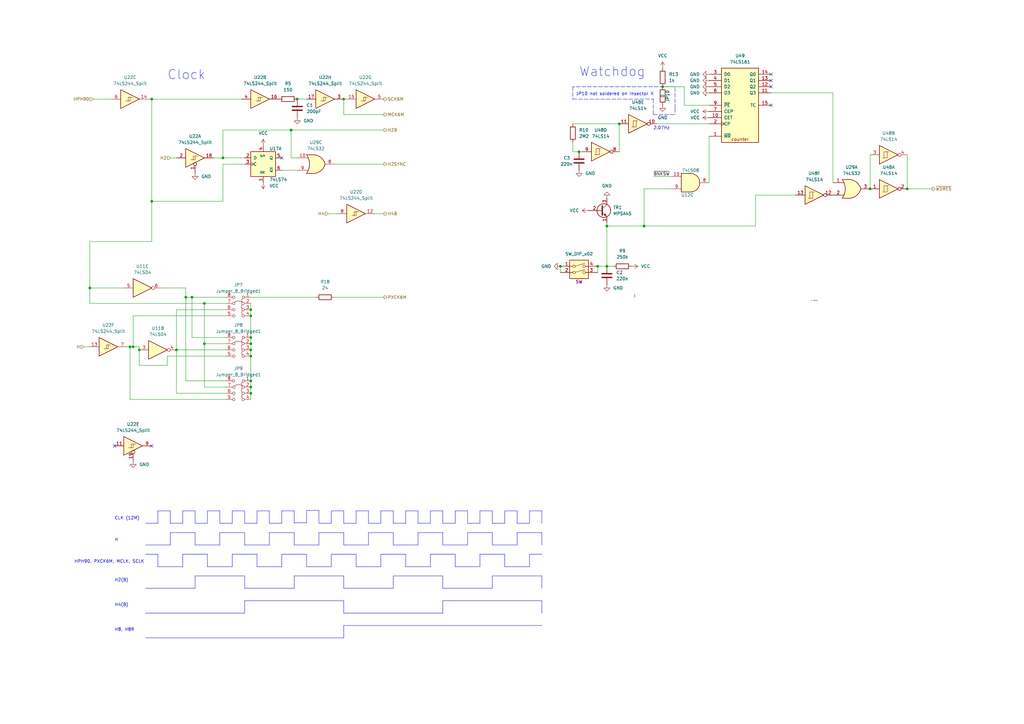
<source format=kicad_sch>
(kicad_sch (version 20211123) (generator eeschema)
  (paper "A3")
  (title_block (title "Insector X - P0-056A") (date "2022-11-30") (company "Ulf Skutnabba, twitter: @skutis77"))
  (lib_symbols
    (symbol "74xx:74LS14" (pin_names (offset 1.016))
      (property "Reference" "U" (at 0 1.27 0))
      (property "Value" "74LS14" (at 0 -1.27 0))
      (symbol "74LS14_1_0"
        (pin input line (at -7.62 0 0) (length 3.81) (name "~") (number "1"))
        (pin output inverted (at 7.62 0 180) (length 3.81) (name "~") (number "2"))
      )
      (symbol "74LS14_2_0"
        (pin input line (at -7.62 0 0) (length 3.81) (name "~") (number "3"))
        (pin output inverted (at 7.62 0 180) (length 3.81) (name "~") (number "4"))
      )
      (symbol "74LS14_3_0"
        (pin input line (at -7.62 0 0) (length 3.81) (name "~") (number "5"))
        (pin output inverted (at 7.62 0 180) (length 3.81) (name "~") (number "6"))
      )
      (symbol "74LS14_4_0"
        (pin output inverted (at 7.62 0 180) (length 3.81) (name "~") (number "8"))
        (pin input line (at -7.62 0 0) (length 3.81) (name "~") (number "9"))
      )
      (symbol "74LS14_5_0"
        (pin output inverted (at 7.62 0 180) (length 3.81) (name "~") (number "10"))
        (pin input line (at -7.62 0 0) (length 3.81) (name "~") (number "11"))
      )
      (symbol "74LS14_6_0"
        (pin output inverted (at 7.62 0 180) (length 3.81) (name "~") (number "12"))
        (pin input line (at -7.62 0 0) (length 3.81) (name "~") (number "13"))
      )
      (symbol "74LS14_7_0"
        (pin power_in line (at 0 12.7 270) (length 5.08) (name "VCC") (number "14"))
        (pin power_in line (at 0 -12.7 90) (length 5.08) (name "GND") (number "7"))
      )
    )
    (symbol "74xx:74LS244_Split"
      (property "Reference" "U" (at 0 1.27 0))
      (property "Value" "74LS244_Split" (at 0 -1.27 0))
      (symbol "74LS244_Split_1_0"
        (pin input inverted (at 0 -6.35 90) (length 4.445) (name "~") (number "1"))
        (pin tri_state line (at 7.62 0 180) (length 3.81) (name "~") (number "18"))
        (pin input line (at -7.62 0 0) (length 3.81) (name "~") (number "2"))
      )
      (symbol "74LS244_Split_2_0"
        (pin tri_state line (at 7.62 0 180) (length 3.81) (name "~") (number "16"))
        (pin input line (at -7.62 0 0) (length 3.81) (name "~") (number "4"))
      )
      (symbol "74LS244_Split_3_0"
        (pin tri_state line (at 7.62 0 180) (length 3.81) (name "~") (number "14"))
        (pin input line (at -7.62 0 0) (length 3.81) (name "~") (number "6"))
      )
      (symbol "74LS244_Split_4_0"
        (pin tri_state line (at 7.62 0 180) (length 3.81) (name "~") (number "12"))
        (pin input line (at -7.62 0 0) (length 3.81) (name "~") (number "8"))
      )
      (symbol "74LS244_Split_5_0"
        (pin input line (at -7.62 0 0) (length 3.81) (name "~") (number "11"))
        (pin input inverted (at 0 -6.35 90) (length 4.445) (name "~") (number "19"))
        (pin tri_state line (at 7.62 0 180) (length 3.81) (name "~") (number "9"))
      )
      (symbol "74LS244_Split_6_0"
        (pin input line (at -7.62 0 0) (length 3.81) (name "~") (number "13"))
        (pin tri_state line (at 7.62 0 180) (length 3.81) (name "~") (number "7"))
      )
      (symbol "74LS244_Split_7_0"
        (pin input line (at -7.62 0 0) (length 3.81) (name "~") (number "15"))
        (pin tri_state line (at 7.62 0 180) (length 3.81) (name "~") (number "5"))
      )
      (symbol "74LS244_Split_8_0"
        (pin input line (at -7.62 0 0) (length 3.81) (name "~") (number "17"))
        (pin tri_state line (at 7.62 0 180) (length 3.81) (name "~") (number "3"))
      )
      (symbol "74LS244_Split_9_0"
        (pin power_in line (at 0 -12.7 90) (length 5.08) (name "GND") (number "10"))
        (pin power_in line (at 0 12.7 270) (length 5.08) (name "VCC") (number "20"))
      )
    )
    (symbol "74xx:74LS32" (pin_names (offset 1.016))
      (property "Reference" "U" (at 0 1.27 0))
      (property "Value" "74LS32" (at 0 -1.27 0))
      (symbol "74LS32_1_1"
        (pin input line (at -7.62 2.54 0) (length 4.318) (name "~") (number "1"))
        (pin input line (at -7.62 -2.54 0) (length 4.318) (name "~") (number "2"))
        (pin output line (at 7.62 0 180) (length 3.81) (name "~") (number "3"))
      )
      (symbol "74LS32_1_2"
        (pin input inverted (at -7.62 2.54 0) (length 3.81) (name "~") (number "1"))
        (pin input inverted (at -7.62 -2.54 0) (length 3.81) (name "~") (number "2"))
        (pin output inverted (at 7.62 0 180) (length 3.81) (name "~") (number "3"))
      )
      (symbol "74LS32_2_1"
        (pin input line (at -7.62 2.54 0) (length 4.318) (name "~") (number "4"))
        (pin input line (at -7.62 -2.54 0) (length 4.318) (name "~") (number "5"))
        (pin output line (at 7.62 0 180) (length 3.81) (name "~") (number "6"))
      )
      (symbol "74LS32_2_2"
        (pin input inverted (at -7.62 2.54 0) (length 3.81) (name "~") (number "4"))
        (pin input inverted (at -7.62 -2.54 0) (length 3.81) (name "~") (number "5"))
        (pin output inverted (at 7.62 0 180) (length 3.81) (name "~") (number "6"))
      )
      (symbol "74LS32_3_1"
        (pin input line (at -7.62 -2.54 0) (length 4.318) (name "~") (number "10"))
        (pin output line (at 7.62 0 180) (length 3.81) (name "~") (number "8"))
        (pin input line (at -7.62 2.54 0) (length 4.318) (name "~") (number "9"))
      )
      (symbol "74LS32_3_2"
        (pin input inverted (at -7.62 -2.54 0) (length 3.81) (name "~") (number "10"))
        (pin output inverted (at 7.62 0 180) (length 3.81) (name "~") (number "8"))
        (pin input inverted (at -7.62 2.54 0) (length 3.81) (name "~") (number "9"))
      )
      (symbol "74LS32_4_1"
        (pin output line (at 7.62 0 180) (length 3.81) (name "~") (number "11"))
        (pin input line (at -7.62 2.54 0) (length 4.318) (name "~") (number "12"))
        (pin input line (at -7.62 -2.54 0) (length 4.318) (name "~") (number "13"))
      )
      (symbol "74LS32_4_2"
        (pin output inverted (at 7.62 0 180) (length 3.81) (name "~") (number "11"))
        (pin input inverted (at -7.62 2.54 0) (length 3.81) (name "~") (number "12"))
        (pin input inverted (at -7.62 -2.54 0) (length 3.81) (name "~") (number "13"))
      )
      (symbol "74LS32_5_0"
        (pin power_in line (at 0 12.7 270) (length 5.08) (name "VCC") (number "14"))
        (pin power_in line (at 0 -12.7 90) (length 5.08) (name "GND") (number "7"))
      )
    )
    (symbol "74xx:74LS74" (pin_names (offset 1.016))
      (property "Reference" "U" (at -7.62 8.89 0))
      (property "Value" "74LS74" (at -7.62 -8.89 0))
      (symbol "74LS74_1_0"
        (pin input line (at 0 -7.62 90) (length 2.54) (name "~{R}") (number "1"))
        (pin input line (at -7.62 2.54 0) (length 2.54) (name "D") (number "2"))
        (pin input clock (at -7.62 0 0) (length 2.54) (name "C") (number "3"))
        (pin input line (at 0 7.62 270) (length 2.54) (name "~{S}") (number "4"))
        (pin output line (at 7.62 2.54 180) (length 2.54) (name "Q") (number "5"))
        (pin output line (at 7.62 -2.54 180) (length 2.54) (name "~{Q}") (number "6"))
      )
      (symbol "74LS74_2_0"
        (pin input line (at 0 7.62 270) (length 2.54) (name "~{S}") (number "10"))
        (pin input clock (at -7.62 0 0) (length 2.54) (name "C") (number "11"))
        (pin input line (at -7.62 2.54 0) (length 2.54) (name "D") (number "12"))
        (pin input line (at 0 -7.62 90) (length 2.54) (name "~{R}") (number "13"))
        (pin output line (at 7.62 -2.54 180) (length 2.54) (name "~{Q}") (number "8"))
        (pin output line (at 7.62 2.54 180) (length 2.54) (name "Q") (number "9"))
      )
      (symbol "74LS74_3_0"
        (pin power_in line (at 0 10.16 270) (length 2.54) (name "VCC") (number "14"))
        (pin power_in line (at 0 -10.16 90) (length 2.54) (name "GND") (number "7"))
      )
    )
    (symbol "Device:C" (pin_numbers hide) (pin_names (offset 0.254))
      (property "Reference" "C" (at 0.635 2.54 0))
      (property "Value" "C" (at 0.635 -2.54 0))
      (symbol "C_1_1"
        (pin passive line (at 0 3.81 270) (length 2.794) (name "~") (number "1"))
        (pin passive line (at 0 -3.81 90) (length 2.794) (name "~") (number "2"))
      )
    )
    (symbol "Device:R" (pin_numbers hide) (pin_names (offset 0))
      (property "Reference" "R" (at 2.032 0 90))
      (property "Value" "R" (at 0 0 90))
      (symbol "R_1_1"
        (pin passive line (at 0 3.81 270) (length 1.27) (name "~") (number "1"))
        (pin passive line (at 0 -3.81 90) (length 1.27) (name "~") (number "2"))
      )
    )
    (symbol "Switch:SW_DIP_x02" (pin_names (offset 0) hide)
      (property "Reference" "SW" (at 0 6.35 0))
      (property "Value" "SW_DIP_x02" (at 0 -3.81 0))
      (symbol "SW_DIP_x02_1_1"
        (pin passive line (at -7.62 2.54 0) (length 5.08) (name "~") (number "1"))
        (pin passive line (at -7.62 0 0) (length 5.08) (name "~") (number "2"))
        (pin passive line (at 7.62 0 180) (length 5.08) (name "~") (number "3"))
        (pin passive line (at 7.62 2.54 180) (length 5.08) (name "~") (number "4"))
      )
    )
    (symbol "Transistor_BJT:MPSA42" (pin_names (offset 1.016) hide)
      (property "Reference" "Q" (at 5.08 1.905 0))
      (property "Value" "MPSA42" (at 5.08 0 0))
      (symbol "MPSA42_1_1"
        (pin passive line (at 2.54 -5.08 90) (length 2.54) (name "E") (number "1"))
        (pin input line (at -5.08 0 0) (length 5.08) (name "B") (number "2"))
        (pin passive line (at 2.54 5.08 270) (length 2.54) (name "C") (number "3"))
      )
    )
    (symbol "jt74:74LS04" (pin_names (offset 1.016))
      (property "Reference" "U" (at 0 1.27 0))
      (property "Value" "74LS04" (at 0 -1.27 0))
      (symbol "74LS04_1_0"
        (pin input line (at -7.62 0 0) (length 3.81) (name "~") (number "1"))
        (pin output inverted (at 7.62 0 180) (length 3.81) (name "~") (number "2"))
      )
      (symbol "74LS04_2_0"
        (pin input line (at -7.62 0 0) (length 3.81) (name "~") (number "3"))
        (pin output inverted (at 7.62 0 180) (length 3.81) (name "~") (number "4"))
      )
      (symbol "74LS04_3_0"
        (pin input line (at -7.62 0 0) (length 3.81) (name "~") (number "5"))
        (pin output inverted (at 7.62 0 180) (length 3.81) (name "~") (number "6"))
      )
      (symbol "74LS04_4_0"
        (pin output inverted (at 7.62 0 180) (length 3.81) (name "~") (number "8"))
        (pin input line (at -7.62 0 0) (length 3.81) (name "~") (number "9"))
      )
      (symbol "74LS04_5_0"
        (pin output inverted (at 7.62 0 180) (length 3.81) (name "~") (number "10"))
        (pin input line (at -7.62 0 0) (length 3.81) (name "~") (number "11"))
      )
      (symbol "74LS04_6_0"
        (pin output inverted (at 7.62 0 180) (length 3.81) (name "~") (number "12"))
        (pin input line (at -7.62 0 0) (length 3.81) (name "~") (number "13"))
      )
      (symbol "74LS04_7_0"
        (pin power_in line (at 0 7.62 270) (length 5.08) hide (name "VCC") (number "14"))
        (pin power_in line (at 0 -7.62 90) (length 5.08) hide (name "VSS") (number "7"))
      )
    )
    (symbol "jt74:74LS08" (pin_names (offset 1.016))
      (property "Reference" "U" (at 0 1.27 0))
      (property "Value" "74LS08" (at 0 -1.27 0))
      (symbol "74LS08_1_1"
        (pin input line (at -7.62 2.54 0) (length 3.81) (name "~") (number "1"))
        (pin input line (at -7.62 -2.54 0) (length 3.81) (name "~") (number "2"))
        (pin output line (at 7.62 0 180) (length 3.81) (name "~") (number "3"))
      )
      (symbol "74LS08_1_2"
        (pin input inverted (at -7.62 2.54 0) (length 4.318) (name "~") (number "1"))
        (pin input inverted (at -7.62 -2.54 0) (length 4.318) (name "~") (number "2"))
        (pin output inverted (at 7.62 0 180) (length 3.81) (name "~") (number "3"))
      )
      (symbol "74LS08_2_1"
        (pin input line (at -7.62 2.54 0) (length 3.81) (name "~") (number "4"))
        (pin input line (at -7.62 -2.54 0) (length 3.81) (name "~") (number "5"))
        (pin output line (at 7.62 0 180) (length 3.81) (name "~") (number "6"))
      )
      (symbol "74LS08_2_2"
        (pin input inverted (at -7.62 2.54 0) (length 4.318) (name "~") (number "4"))
        (pin input inverted (at -7.62 -2.54 0) (length 4.318) (name "~") (number "5"))
        (pin output inverted (at 7.62 0 180) (length 3.81) (name "~") (number "6"))
      )
      (symbol "74LS08_3_1"
        (pin input line (at -7.62 -2.54 0) (length 3.81) (name "~") (number "10"))
        (pin output line (at 7.62 0 180) (length 3.81) (name "~") (number "8"))
        (pin input line (at -7.62 2.54 0) (length 3.81) (name "~") (number "9"))
      )
      (symbol "74LS08_3_2"
        (pin input inverted (at -7.62 -2.54 0) (length 4.318) (name "~") (number "10"))
        (pin output inverted (at 7.62 0 180) (length 3.81) (name "~") (number "8"))
        (pin input inverted (at -7.62 2.54 0) (length 4.318) (name "~") (number "9"))
      )
      (symbol "74LS08_4_1"
        (pin output line (at 7.62 0 180) (length 3.81) (name "~") (number "11"))
        (pin input line (at -7.62 2.54 0) (length 3.81) (name "~") (number "12"))
        (pin input line (at -7.62 -2.54 0) (length 3.81) (name "~") (number "13"))
      )
      (symbol "74LS08_4_2"
        (pin output inverted (at 7.62 0 180) (length 3.81) (name "~") (number "11"))
        (pin input inverted (at -7.62 2.54 0) (length 4.318) (name "~") (number "12"))
        (pin input inverted (at -7.62 -2.54 0) (length 4.318) (name "~") (number "13"))
      )
      (symbol "74LS08_5_0"
        (pin power_in line (at 0 7.62 270) (length 5.08) hide (name "VCC") (number "14"))
        (pin power_in line (at 0 -7.62 90) (length 5.08) hide (name "VSS") (number "7"))
      )
    )
    (symbol "jt74:74LS161" (pin_names (offset 1.016))
      (property "Reference" "U" (at -7.62 16.51 0))
      (property "Value" "74LS161" (at -7.62 -16.51 0))
      (symbol "74LS161_0_0"
        (text "counter" (at 0 -13.97 0) (effects (font (size 1.27 1.27))))
      )
      (symbol "74LS161_1_0"
        (pin input line (at -12.7 -12.7 0) (length 5.08) (name "~{MR}") (number "1"))
        (pin input line (at -12.7 -5.08 0) (length 5.08) (name "CET") (number "10"))
        (pin output line (at 12.7 5.08 180) (length 5.08) (name "Q3") (number "11"))
        (pin output line (at 12.7 7.62 180) (length 5.08) (name "Q2") (number "12"))
        (pin output line (at 12.7 10.16 180) (length 5.08) (name "Q1") (number "13"))
        (pin output line (at 12.7 12.7 180) (length 5.08) (name "Q0") (number "14"))
        (pin output line (at 12.7 0 180) (length 5.08) (name "TC") (number "15"))
        (pin input clock (at -12.7 -7.62 0) (length 5.08) (name "CP") (number "2"))
        (pin input line (at -12.7 12.7 0) (length 5.08) (name "D0") (number "3"))
        (pin input line (at -12.7 10.16 0) (length 5.08) (name "D1") (number "4"))
        (pin input line (at -12.7 7.62 0) (length 5.08) (name "D2") (number "5"))
        (pin input line (at -12.7 5.08 0) (length 5.08) (name "D3") (number "6"))
        (pin input line (at -12.7 -2.54 0) (length 5.08) (name "CEP") (number "7"))
        (pin input line (at -12.7 0 0) (length 5.08) (name "~{PE}") (number "9"))
      )
    )
    (symbol "power:GND" (power) (pin_names (offset 0))
      (property "Value" "GND" (at 0 -3.81 0))
      (symbol "GND_1_1"
        (pin power_in line (at 0 0 270) (length 0) hide (name "GND") (number "1"))
      )
    )
    (symbol "power:VCC" (power) (pin_names (offset 0))
      (property "Value" "VCC" (at 0 3.81 0))
      (symbol "VCC_1_1"
        (pin power_in line (at 0 0 90) (length 0) hide (name "VCC") (number "1"))
      )
    )
    (symbol "skutis:Jumper_8_Bridged1" (pin_names (offset 0) hide)
      (property "Reference" "JP" (at 0 1.905 0))
      (property "Value" "Jumper_8_Bridged1" (at 0 -1.27 0))
      (symbol "Jumper_8_Bridged1_1_1"
        (pin passive line (at -5.08 0 0) (length 2.54) (name "A") (number "1"))
        (pin passive line (at -5.08 -2.54 0) (length 2.54) (name "B") (number "2"))
        (pin passive line (at -5.08 -5.08 0) (length 2.54) (name "C") (number "3"))
        (pin passive line (at -5.08 -7.62 0) (length 2.54) (name "D") (number "4"))
        (pin passive line (at 5.08 -7.62 180) (length 2.54) (name "B") (number "5"))
        (pin passive line (at 5.08 -5.08 180) (length 2.54) (name "B") (number "6"))
        (pin passive line (at 5.08 -2.54 180) (length 2.54) (name "B") (number "7"))
        (pin passive line (at 5.08 0 180) (length 2.54) (name "B") (number "8"))
      )
    )
  )
  (junction (at 264.16 92.71))
  (junction (at 372.11 77.47))
  (junction (at 76.2 121.92))
  (junction (at 62.23 40.64))
  (junction (at 54.61 142.24))
  (junction (at 78.74 121.92))
  (junction (at 119.38 53.34))
  (junction (at 62.23 82.55))
  (junction (at 248.92 109.22))
  (junction (at 140.97 40.64))
  (junction (at 72.39 143.51))
  (junction (at 53.34 142.24))
  (junction (at 245.11 109.22))
  (junction (at 248.92 92.71))
  (junction (at 102.87 127))
  (junction (at 102.87 143.51))
  (junction (at 102.87 129.54))
  (junction (at 83.82 140.97))
  (junction (at 102.87 140.97))
  (junction (at 102.87 138.43))
  (junction (at 237.49 62.23))
  (junction (at 356.87 77.47))
  (junction (at 36.83 118.11))
  (junction (at 83.82 124.46))
  (junction (at 102.87 146.05))
  (junction (at 271.78 35.56))
  (junction (at 91.44 64.77))
  (junction (at 229.87 109.22))
  (junction (at 121.92 40.64))
  (junction (at 254 50.8))
  (junction (at 102.87 158.75))
  (junction (at 102.87 161.29))
  (junction (at 57.15 143.51))
  (junction (at 102.87 156.21))
  (no_connect (at 316.23 43.18))
  (no_connect (at 316.23 33.02))
  (no_connect (at 316.23 30.48))
  (no_connect (at 62.23 182.88))
  (no_connect (at 46.99 182.88))
  (no_connect (at 316.23 35.56))
  (no_connect (at 115.57 64.77))
  (polyline (pts (xy 59.69 251.46) (xy 100.33 251.46)) (stroke (width 0) (type solid)))
  (polyline (pts (xy 207.01 214.63) (xy 207.01 209.55)) (stroke (width 0) (type solid)))
  (wire (pts (xy 87.63 64.77) (xy 91.44 64.77)))
  (wire (pts (xy 62.23 82.55) (xy 62.23 99.06)))
  (wire (pts (xy 115.57 69.85) (xy 121.92 69.85)))
  (polyline (pts (xy 80.01 209.55) (xy 80.01 214.63)) (stroke (width 0) (type solid)))
  (polyline (pts (xy 217.17 209.55) (xy 222.25 209.55)) (stroke (width 0) (type solid)))
  (wire (pts (xy 83.82 158.75) (xy 92.71 158.75)))
  (wire (pts (xy 54.61 129.54) (xy 92.71 129.54)))
  (polyline (pts (xy 276.86 35.56) (xy 234.95 35.56)))
  (polyline (pts (xy 166.37 214.63) (xy 166.37 209.55)) (stroke (width 0) (type solid)))
  (polyline (pts (xy 135.89 232.41) (xy 135.89 227.33)) (stroke (width 0) (type solid)))
  (wire (pts (xy 137.16 121.92) (xy 157.48 121.92)))
  (polyline (pts (xy 171.45 223.52) (xy 171.45 218.44)) (stroke (width 0) (type solid)))
  (polyline (pts (xy 176.53 232.41) (xy 176.53 227.33)) (stroke (width 0) (type solid)))
  (polyline (pts (xy 59.69 214.63) (xy 64.77 214.63)) (stroke (width 0) (type solid)))
  (polyline (pts (xy 181.61 214.63) (xy 186.69 214.63)) (stroke (width 0) (type solid)))
  (polyline (pts (xy 140.97 214.63) (xy 146.05 214.63)) (stroke (width 0) (type solid)))
  (wire (pts (xy 62.23 40.64) (xy 60.96 40.64)))
  (polyline (pts (xy 120.65 223.52) (xy 130.81 223.52)) (stroke (width 0) (type solid)))
  (wire (pts (xy 91.44 67.31) (xy 91.44 82.55)))
  (polyline (pts (xy 100.33 218.44) (xy 100.33 223.52)) (stroke (width 0) (type solid)))
  (polyline (pts (xy 140.97 223.52) (xy 151.13 223.52)) (stroke (width 0) (type solid)))
  (polyline (pts (xy 59.69 227.33) (xy 64.77 227.33)) (stroke (width 0) (type solid)))
  (wire (pts (xy 52.07 142.24) (xy 53.34 142.24)))
  (polyline (pts (xy 212.09 209.55) (xy 212.09 214.63)) (stroke (width 0) (type solid)))
  (polyline (pts (xy 191.77 223.52) (xy 191.77 218.44)) (stroke (width 0) (type solid)))
  (wire (pts (xy 76.2 156.21) (xy 76.2 121.92)))
  (wire (pts (xy 76.2 118.11) (xy 76.2 121.92)))
  (wire (pts (xy 254 50.8) (xy 254 62.23)))
  (polyline (pts (xy 234.95 35.56) (xy 234.95 40.64)))
  (polyline (pts (xy 181.61 251.46) (xy 181.61 246.38)) (stroke (width 0) (type solid)))
  (wire (pts (xy 57.15 143.51) (xy 57.15 149.86)))
  (polyline (pts (xy 151.13 223.52) (xy 151.13 218.44)) (stroke (width 0) (type solid)))
  (wire (pts (xy 36.83 124.46) (xy 83.82 124.46)))
  (polyline (pts (xy 234.95 40.64) (xy 267.97 40.64)))
  (polyline (pts (xy 140.97 209.55) (xy 140.97 214.63)) (stroke (width 0) (type solid)))
  (wire (pts (xy 119.38 53.34) (xy 157.48 53.34)))
  (polyline (pts (xy 80.01 236.22) (xy 100.33 236.22)) (stroke (width 0) (type solid)))
  (polyline (pts (xy 74.93 214.63) (xy 74.93 209.55)) (stroke (width 0) (type solid)))
  (polyline (pts (xy 196.85 227.33) (xy 207.01 227.33)) (stroke (width 0) (type solid)))
  (polyline (pts (xy 90.17 214.63) (xy 95.25 214.63)) (stroke (width 0) (type solid)))
  (wire (pts (xy 102.87 138.43) (xy 102.87 140.97)))
  (polyline (pts (xy 74.93 209.55) (xy 80.01 209.55)) (stroke (width 0) (type solid)))
  (polyline (pts (xy 181.61 223.52) (xy 191.77 223.52)) (stroke (width 0) (type solid)))
  (polyline (pts (xy 207.01 232.41) (xy 217.17 232.41)) (stroke (width 0) (type solid)))
  (polyline (pts (xy 90.17 209.55) (xy 90.17 214.63)) (stroke (width 0) (type solid)))
  (polyline (pts (xy 59.69 261.62) (xy 140.97 261.62)) (stroke (width 0) (type solid)))
  (polyline (pts (xy 130.81 214.63) (xy 135.89 214.63)) (stroke (width 0) (type solid)))
  (polyline (pts (xy 115.57 227.33) (xy 125.73 227.33)) (stroke (width 0) (type solid)))
  (polyline (pts (xy 74.93 227.33) (xy 85.09 227.33)) (stroke (width 0) (type solid)))
  (polyline (pts (xy 90.17 223.52) (xy 90.17 218.44)) (stroke (width 0) (type solid)))
  (polyline (pts (xy 151.13 218.44) (xy 161.29 218.44)) (stroke (width 0) (type solid)))
  (polyline (pts (xy 191.77 209.55) (xy 191.77 214.63)) (stroke (width 0) (type solid)))
  (wire (pts (xy 83.82 140.97) (xy 92.71 140.97)))
  (wire (pts (xy 92.71 161.29) (xy 72.39 161.29)))
  (polyline (pts (xy 161.29 223.52) (xy 171.45 223.52)) (stroke (width 0) (type solid)))
  (wire (pts (xy 92.71 138.43) (xy 78.74 138.43)))
  (polyline (pts (xy 80.01 223.52) (xy 90.17 223.52)) (stroke (width 0) (type solid)))
  (polyline (pts (xy 201.93 209.55) (xy 201.93 214.63)) (stroke (width 0) (type solid)))
  (polyline (pts (xy 222.25 241.3) (xy 222.25 236.22)) (stroke (width 0) (type solid)))
  (polyline (pts (xy 105.41 214.63) (xy 105.41 209.55)) (stroke (width 0) (type solid)))
  (polyline (pts (xy 115.57 232.41) (xy 115.57 227.33)) (stroke (width 0) (type solid)))
  (polyline (pts (xy 181.61 241.3) (xy 181.61 236.22)) (stroke (width 0) (type solid)))
  (polyline (pts (xy 196.85 214.63) (xy 196.85 209.55)) (stroke (width 0) (type solid)))
  (polyline (pts (xy 222.25 218.44) (xy 222.25 223.52)) (stroke (width 0) (type solid)))
  (wire (pts (xy 269.24 50.8) (xy 290.83 50.8)))
  (polyline (pts (xy 85.09 232.41) (xy 95.25 232.41)) (stroke (width 0) (type solid)))
  (polyline (pts (xy 100.33 251.46) (xy 100.33 246.38)) (stroke (width 0) (type solid)))
  (wire (pts (xy 91.44 53.34) (xy 91.44 64.77)))
  (polyline (pts (xy 156.21 232.41) (xy 156.21 227.33)) (stroke (width 0) (type solid)))
  (polyline (pts (xy 130.81 218.44) (xy 140.97 218.44)) (stroke (width 0) (type solid)))
  (wire (pts (xy 69.85 64.77) (xy 72.39 64.77)))
  (wire (pts (xy 248.92 109.22) (xy 245.11 109.22)))
  (wire (pts (xy 34.29 142.24) (xy 36.83 142.24)))
  (wire (pts (xy 264.16 92.71) (xy 309.88 92.71)))
  (polyline (pts (xy 110.49 218.44) (xy 120.65 218.44)) (stroke (width 0) (type solid)))
  (wire (pts (xy 121.92 40.64) (xy 125.73 40.64)))
  (wire (pts (xy 62.23 40.64) (xy 99.06 40.64)))
  (polyline (pts (xy 207.01 209.55) (xy 212.09 209.55)) (stroke (width 0) (type solid)))
  (polyline (pts (xy 146.05 209.55) (xy 151.13 209.55)) (stroke (width 0) (type solid)))
  (wire (pts (xy 36.83 99.06) (xy 36.83 118.11)))
  (polyline (pts (xy 74.93 232.41) (xy 74.93 227.33)) (stroke (width 0) (type solid)))
  (wire (pts (xy 54.61 129.54) (xy 54.61 142.24)))
  (wire (pts (xy 62.23 99.06) (xy 36.83 99.06)))
  (wire (pts (xy 72.39 161.29) (xy 72.39 143.51)))
  (wire (pts (xy 264.16 77.47) (xy 275.59 77.47)))
  (wire (pts (xy 102.87 158.75) (xy 102.87 161.29)))
  (wire (pts (xy 267.97 72.39) (xy 275.59 72.39)))
  (polyline (pts (xy 85.09 209.55) (xy 90.17 209.55)) (stroke (width 0) (type solid)))
  (polyline (pts (xy 64.77 227.33) (xy 64.77 232.41)) (stroke (width 0) (type solid)))
  (wire (pts (xy 62.23 82.55) (xy 91.44 82.55)))
  (wire (pts (xy 248.92 92.71) (xy 248.92 109.22)))
  (wire (pts (xy 356.87 63.5) (xy 356.87 77.47)))
  (wire (pts (xy 54.61 142.24) (xy 57.15 142.24)))
  (polyline (pts (xy 186.69 227.33) (xy 186.69 232.41)) (stroke (width 0) (type solid)))
  (wire (pts (xy 309.88 80.01) (xy 326.39 80.01)))
  (polyline (pts (xy 181.61 246.38) (xy 222.25 246.38)) (stroke (width 0) (type solid)))
  (polyline (pts (xy 156.21 209.55) (xy 161.29 209.55)) (stroke (width 0) (type solid)))
  (polyline (pts (xy 181.61 209.55) (xy 181.61 214.63)) (stroke (width 0) (type solid)))
  (polyline (pts (xy 64.77 214.63) (xy 64.77 209.55)) (stroke (width 0) (type solid)))
  (polyline (pts (xy 85.09 214.63) (xy 85.09 209.55)) (stroke (width 0) (type solid)))
  (wire (pts (xy 102.87 156.21) (xy 102.87 158.75)))
  (wire (pts (xy 78.74 138.43) (xy 78.74 121.92)))
  (wire (pts (xy 234.95 62.23) (xy 237.49 62.23)))
  (polyline (pts (xy 135.89 214.63) (xy 135.89 209.55)) (stroke (width 0) (type solid)))
  (polyline (pts (xy 156.21 214.63) (xy 156.21 209.55)) (stroke (width 0) (type solid)))
  (polyline (pts (xy 166.37 209.55) (xy 171.45 209.55)) (stroke (width 0) (type solid)))
  (polyline (pts (xy 166.37 227.33) (xy 166.37 232.41)) (stroke (width 0) (type solid)))
  (wire (pts (xy 248.92 92.71) (xy 264.16 92.71)))
  (polyline (pts (xy 100.33 241.3) (xy 100.33 236.22)) (stroke (width 0) (type solid)))
  (wire (pts (xy 316.23 38.1) (xy 341.63 38.1)))
  (polyline (pts (xy 161.29 214.63) (xy 166.37 214.63)) (stroke (width 0) (type solid)))
  (polyline (pts (xy 59.69 241.3) (xy 80.01 241.3)) (stroke (width 0) (type solid)))
  (polyline (pts (xy 267.97 40.64) (xy 267.97 46.99)))
  (wire (pts (xy 83.82 124.46) (xy 92.71 124.46)))
  (polyline (pts (xy 120.65 241.3) (xy 120.65 236.22)) (stroke (width 0) (type solid)))
  (polyline (pts (xy 181.61 218.44) (xy 181.61 223.52)) (stroke (width 0) (type solid)))
  (wire (pts (xy 102.87 140.97) (xy 102.87 143.51)))
  (polyline (pts (xy 110.49 214.63) (xy 115.57 214.63)) (stroke (width 0) (type solid)))
  (wire (pts (xy 78.74 121.92) (xy 92.71 121.92)))
  (wire (pts (xy 66.04 118.11) (xy 76.2 118.11)))
  (polyline (pts (xy 125.73 214.4199) (xy 125.73 209.3399)) (stroke (width 0) (type solid)))
  (polyline (pts (xy 146.05 214.63) (xy 146.05 209.55)) (stroke (width 0) (type solid)))
  (polyline (pts (xy 120.65 218.44) (xy 120.65 223.52)) (stroke (width 0) (type solid)))
  (polyline (pts (xy 69.85 209.55) (xy 69.85 214.63)) (stroke (width 0) (type solid)))
  (wire (pts (xy 372.11 63.5) (xy 372.11 77.47)))
  (wire (pts (xy 53.34 163.83) (xy 53.34 142.24)))
  (polyline (pts (xy 146.05 227.33) (xy 146.05 232.41)) (stroke (width 0) (type solid)))
  (polyline (pts (xy 186.69 214.63) (xy 186.69 209.55)) (stroke (width 0) (type solid)))
  (polyline (pts (xy 140.97 261.62) (xy 140.97 256.54)) (stroke (width 0) (type solid)))
  (polyline (pts (xy 222.25 209.55) (xy 222.25 214.63)) (stroke (width 0) (type solid)))
  (polyline (pts (xy 196.85 209.55) (xy 201.93 209.55)) (stroke (width 0) (type solid)))
  (wire (pts (xy 36.83 118.11) (xy 36.83 124.46)))
  (wire (pts (xy 119.38 64.77) (xy 119.38 53.34)))
  (wire (pts (xy 102.87 124.46) (xy 102.87 127)))
  (wire (pts (xy 72.39 127) (xy 72.39 143.51)))
  (polyline (pts (xy 176.53 214.63) (xy 176.53 209.55)) (stroke (width 0) (type solid)))
  (polyline (pts (xy 115.57 209.55) (xy 120.65 209.55)) (stroke (width 0) (type solid)))
  (wire (pts (xy 102.87 143.51) (xy 102.87 146.05)))
  (polyline (pts (xy 125.73 232.41) (xy 135.89 232.41)) (stroke (width 0) (type solid)))
  (polyline (pts (xy 95.25 214.63) (xy 95.25 209.55)) (stroke (width 0) (type solid)))
  (wire (pts (xy 234.95 50.8) (xy 254 50.8)))
  (polyline (pts (xy 59.69 223.52) (xy 69.85 223.52)) (stroke (width 0) (type solid)))
  (wire (pts (xy 57.15 142.24) (xy 57.15 143.51)))
  (polyline (pts (xy 120.65 236.22) (xy 140.97 236.22)) (stroke (width 0) (type solid)))
  (polyline (pts (xy 146.05 232.41) (xy 156.21 232.41)) (stroke (width 0) (type solid)))
  (wire (pts (xy 68.58 149.86) (xy 57.15 149.86)))
  (polyline (pts (xy 110.49 223.52) (xy 110.49 218.44)) (stroke (width 0) (type solid)))
  (polyline (pts (xy 212.09 214.63) (xy 217.17 214.63)) (stroke (width 0) (type solid)))
  (polyline (pts (xy 100.33 223.52) (xy 110.49 223.52)) (stroke (width 0) (type solid)))
  (polyline (pts (xy 140.97 256.54) (xy 222.25 256.54)) (stroke (width 0) (type solid)))
  (polyline (pts (xy 125.73 209.3399) (xy 130.81 209.3399)) (stroke (width 0) (type solid)))
  (polyline (pts (xy 161.29 218.44) (xy 161.29 223.52)) (stroke (width 0) (type solid)))
  (polyline (pts (xy 176.53 227.33) (xy 186.69 227.33)) (stroke (width 0) (type solid)))
  (polyline (pts (xy 100.33 214.63) (xy 105.41 214.63)) (stroke (width 0) (type solid)))
  (wire (pts (xy 119.38 53.34) (xy 91.44 53.34)))
  (polyline (pts (xy 171.45 218.44) (xy 181.61 218.44)) (stroke (width 0) (type solid)))
  (wire (pts (xy 76.2 121.92) (xy 78.74 121.92)))
  (polyline (pts (xy 130.81 209.3399) (xy 130.81 214.4199)) (stroke (width 0) (type solid)))
  (wire (pts (xy 102.87 129.54) (xy 102.87 138.43)))
  (polyline (pts (xy 115.57 214.63) (xy 115.57 209.55)) (stroke (width 0) (type solid)))
  (wire (pts (xy 83.82 124.46) (xy 83.82 140.97)))
  (wire (pts (xy 92.71 146.05) (xy 68.58 146.05)))
  (wire (pts (xy 280.67 35.56) (xy 280.67 43.18)))
  (polyline (pts (xy 95.25 227.33) (xy 105.41 227.33)) (stroke (width 0) (type solid)))
  (polyline (pts (xy 130.81 223.52) (xy 130.81 218.44)) (stroke (width 0) (type solid)))
  (wire (pts (xy 72.39 143.51) (xy 92.71 143.51)))
  (wire (pts (xy 72.39 127) (xy 92.71 127)))
  (polyline (pts (xy 151.13 209.55) (xy 151.13 214.63)) (stroke (width 0) (type solid)))
  (polyline (pts (xy 140.97 241.3) (xy 161.29 241.3)) (stroke (width 0) (type solid)))
  (polyline (pts (xy 140.97 218.44) (xy 140.97 223.52)) (stroke (width 0) (type solid)))
  (polyline (pts (xy 69.85 223.52) (xy 69.85 218.44)) (stroke (width 0) (type solid)))
  (wire (pts (xy 91.44 67.31) (xy 100.33 67.31)))
  (wire (pts (xy 142.24 40.64) (xy 140.97 40.64)))
  (polyline (pts (xy 217.17 214.63) (xy 217.17 209.55)) (stroke (width 0) (type solid)))
  (polyline (pts (xy 85.09 227.33) (xy 85.09 232.41)) (stroke (width 0) (type solid)))
  (wire (pts (xy 264.16 92.71) (xy 264.16 77.47)))
  (polyline (pts (xy 69.85 214.63) (xy 74.93 214.63)) (stroke (width 0) (type solid)))
  (polyline (pts (xy 191.77 218.44) (xy 201.93 218.44)) (stroke (width 0) (type solid)))
  (wire (pts (xy 91.44 64.77) (xy 100.33 64.77)))
  (polyline (pts (xy 212.09 218.44) (xy 222.25 218.44)) (stroke (width 0) (type solid)))
  (polyline (pts (xy 64.77 232.41) (xy 74.93 232.41)) (stroke (width 0) (type solid)))
  (wire (pts (xy 248.92 91.44) (xy 248.92 92.71)))
  (wire (pts (xy 102.87 127) (xy 102.87 129.54)))
  (polyline (pts (xy 110.49 209.55) (xy 110.49 214.63)) (stroke (width 0) (type solid)))
  (wire (pts (xy 341.63 38.1) (xy 341.63 74.93)))
  (wire (pts (xy 38.1 40.64) (xy 45.72 40.64)))
  (polyline (pts (xy 166.37 232.41) (xy 176.53 232.41)) (stroke (width 0) (type solid)))
  (polyline (pts (xy 212.09 223.52) (xy 212.09 218.44)) (stroke (width 0) (type solid)))
  (wire (pts (xy 271.78 35.56) (xy 280.67 35.56)))
  (polyline (pts (xy 217.17 227.33) (xy 222.25 227.33)) (stroke (width 0) (type solid)))
  (polyline (pts (xy 135.89 227.33) (xy 146.05 227.33)) (stroke (width 0) (type solid)))
  (wire (pts (xy 229.87 109.22) (xy 229.87 111.76)))
  (polyline (pts (xy 80.01 241.3) (xy 80.01 236.22)) (stroke (width 0) (type solid)))
  (wire (pts (xy 53.34 142.24) (xy 54.61 142.24)))
  (wire (pts (xy 137.16 67.31) (xy 157.48 67.31)))
  (polyline (pts (xy 90.17 218.44) (xy 100.33 218.44)) (stroke (width 0) (type solid)))
  (polyline (pts (xy 201.93 236.22) (xy 222.25 236.22)) (stroke (width 0) (type solid)))
  (polyline (pts (xy 201.93 241.3) (xy 201.93 236.22)) (stroke (width 0) (type solid)))
  (polyline (pts (xy 135.89 209.55) (xy 140.97 209.55)) (stroke (width 0) (type solid)))
  (polyline (pts (xy 69.85 218.44) (xy 80.01 218.44)) (stroke (width 0) (type solid)))
  (polyline (pts (xy 171.45 209.55) (xy 171.45 214.63)) (stroke (width 0) (type solid)))
  (wire (pts (xy 102.87 146.05) (xy 102.87 156.21)))
  (polyline (pts (xy 120.65 214.4199) (xy 125.73 214.4199)) (stroke (width 0) (type solid)))
  (polyline (pts (xy 171.45 214.63) (xy 176.53 214.63)) (stroke (width 0) (type solid)))
  (polyline (pts (xy 105.41 227.33) (xy 105.41 232.41)) (stroke (width 0) (type solid)))
  (polyline (pts (xy 276.86 44.45) (xy 276.86 46.99)))
  (wire (pts (xy 309.88 92.71) (xy 309.88 80.01)))
  (polyline (pts (xy 120.65 209.55) (xy 120.65 214.63)) (stroke (width 0) (type solid)))
  (polyline (pts (xy 100.33 209.55) (xy 100.33 214.63)) (stroke (width 0) (type solid)))
  (polyline (pts (xy 156.21 227.33) (xy 166.37 227.33)) (stroke (width 0) (type solid)))
  (polyline (pts (xy 105.41 232.41) (xy 115.57 232.41)) (stroke (width 0) (type solid)))
  (wire (pts (xy 290.83 74.93) (xy 290.83 55.88)))
  (polyline (pts (xy 201.93 218.44) (xy 201.93 223.52)) (stroke (width 0) (type solid)))
  (wire (pts (xy 280.67 43.18) (xy 290.83 43.18)))
  (polyline (pts (xy 95.25 232.41) (xy 95.25 227.33)) (stroke (width 0) (type solid)))
  (wire (pts (xy 129.54 121.92) (xy 102.87 121.92)))
  (polyline (pts (xy 181.61 241.3) (xy 201.93 241.3)) (stroke (width 0) (type solid)))
  (polyline (pts (xy 260.35 121.92) (xy 260.35 120.65)))
  (polyline (pts (xy 176.53 209.55) (xy 181.61 209.55)) (stroke (width 0) (type solid)))
  (polyline (pts (xy 186.69 209.55) (xy 191.77 209.55)) (stroke (width 0) (type solid)))
  (polyline (pts (xy 196.85 232.41) (xy 196.85 227.33)) (stroke (width 0) (type solid)))
  (polyline (pts (xy 217.17 232.41) (xy 217.17 227.33)) (stroke (width 0) (type solid)))
  (wire (pts (xy 140.97 46.99) (xy 140.97 40.64)))
  (wire (pts (xy 234.95 58.42) (xy 234.95 62.23)))
  (polyline (pts (xy 335.28 123.19) (xy 332.74 123.19)))
  (wire (pts (xy 121.92 64.77) (xy 119.38 64.77)))
  (polyline (pts (xy 191.77 214.63) (xy 196.85 214.63)) (stroke (width 0) (type solid)))
  (wire (pts (xy 153.67 87.63) (xy 157.48 87.63)))
  (wire (pts (xy 62.23 40.64) (xy 62.23 82.55)))
  (wire (pts (xy 134.62 87.63) (xy 138.43 87.63)))
  (wire (pts (xy 102.87 161.29) (xy 102.87 163.83)))
  (wire (pts (xy 157.48 46.99) (xy 140.97 46.99)))
  (polyline (pts (xy 140.97 251.46) (xy 181.61 251.46)) (stroke (width 0) (type solid)))
  (polyline (pts (xy 151.13 214.63) (xy 156.21 214.63)) (stroke (width 0) (type solid)))
  (wire (pts (xy 382.27 77.47) (xy 372.11 77.47)))
  (polyline (pts (xy 140.97 251.46) (xy 140.97 246.38)) (stroke (width 0) (type solid)))
  (polyline (pts (xy 80.01 218.44) (xy 80.01 223.52)) (stroke (width 0) (type solid)))
  (wire (pts (xy 92.71 163.83) (xy 53.34 163.83)))
  (polyline (pts (xy 161.29 236.22) (xy 181.61 236.22)) (stroke (width 0) (type solid)))
  (polyline (pts (xy 222.25 251.46) (xy 222.25 246.38)) (stroke (width 0) (type solid)))
  (wire (pts (xy 92.71 156.21) (xy 76.2 156.21)))
  (polyline (pts (xy 201.93 223.52) (xy 212.09 223.52)) (stroke (width 0) (type solid)))
  (polyline (pts (xy 64.77 209.55) (xy 69.85 209.55)) (stroke (width 0) (type solid)))
  (polyline (pts (xy 100.33 241.3) (xy 120.65 241.3)) (stroke (width 0) (type solid)))
  (wire (pts (xy 245.11 109.22) (xy 245.11 111.76)))
  (polyline (pts (xy 161.29 209.55) (xy 161.29 214.63)) (stroke (width 0) (type solid)))
  (polyline (pts (xy 267.97 46.99) (xy 276.86 46.99)))
  (wire (pts (xy 68.58 146.05) (xy 68.58 149.86)))
  (polyline (pts (xy 161.29 241.3) (xy 161.29 236.22)) (stroke (width 0) (type solid)))
  (polyline (pts (xy 95.25 209.55) (xy 100.33 209.55)) (stroke (width 0) (type solid)))
  (polyline (pts (xy 207.01 227.33) (xy 207.01 232.41)) (stroke (width 0) (type solid)))
  (wire (pts (xy 83.82 140.97) (xy 83.82 158.75)))
  (wire (pts (xy 251.46 109.22) (xy 248.92 109.22)))
  (wire (pts (xy 36.83 118.11) (xy 50.8 118.11)))
  (polyline (pts (xy 105.41 209.55) (xy 110.49 209.55)) (stroke (width 0) (type solid)))
  (polyline (pts (xy 80.01 214.63) (xy 85.09 214.63)) (stroke (width 0) (type solid)))
  (polyline (pts (xy 201.93 214.63) (xy 207.01 214.63)) (stroke (width 0) (type solid)))
  (polyline (pts (xy 276.86 44.45) (xy 276.86 35.56)))
  (polyline (pts (xy 125.73 227.33) (xy 125.73 232.41)) (stroke (width 0) (type solid)))
  (wire (pts (xy 237.49 62.23) (xy 238.76 62.23)))
  (polyline (pts (xy 100.33 246.38) (xy 140.97 246.38)) (stroke (width 0) (type solid)))
  (polyline (pts (xy 140.97 241.3) (xy 140.97 236.22)) (stroke (width 0) (type solid)))
  (polyline (pts (xy 186.69 232.41) (xy 196.85 232.41)) (stroke (width 0) (type solid)))
  (text "HPH90, PXCK6M, MCLK, SCLK" (at 30.48 231.14 0) (effects (font (size 1.27 1.27)) (justify left bottom)))
  (text "H4(B)" (at 46.99 248.92 0) (effects (font (size 1.27 1.27)) (justify left bottom)))
  (text "CLK (12M)" (at 46.99 213.36 0) (effects (font (size 1.27 1.27)) (justify left bottom)))
  (text "JP10 not soldered on Insector X" (at 236.22 39.37 0) (effects (font (size 1.27 1.27)) (justify left bottom)))
  (text "Watchdog" (at 237.49 31.75 0) (effects (font (size 3.81 3.81)) (justify left bottom)))
  (text "H" (at 46.99 222.25 0) (effects (font (size 1.27 1.27)) (justify left bottom)))
  (text "2.07Hz" (at 267.97 53.34 0) (effects (font (size 1.27 1.27)) (justify left bottom)))
  (text "H2(B)" (at 46.99 238.76 0) (effects (font (size 1.27 1.27)) (justify left bottom)))
  (text "H8, H8R" (at 46.99 259.08 0) (effects (font (size 1.27 1.27)) (justify left bottom)))
  (text "Clock" (at 68.58 33.02 0) (effects (font (size 3.81 3.81)) (justify left bottom)))
  (label "~{BNKSW}" (at 267.97 72.39 0))
  (hierarchical_label "~{WDRES}" (shape output) (at 382.27 77.47 0))
  (hierarchical_label "H4" (shape input) (at 134.62 87.63 180))
  (hierarchical_label "H2SYNC" (shape output) (at 157.48 67.31 0))
  (hierarchical_label "H4B" (shape output) (at 157.48 87.63 0))
  (hierarchical_label "H" (shape input) (at 34.29 142.24 180))
  (hierarchical_label "SCK6M" (shape output) (at 157.48 40.64 0))
  (hierarchical_label "PXCK6M" (shape output) (at 157.48 121.92 0))
  (hierarchical_label "HPH90" (shape input) (at 38.1 40.64 180))
  (hierarchical_label "H2" (shape input) (at 69.85 64.77 180))
  (hierarchical_label "MCK6M" (shape output) (at 157.48 46.99 0))
  (hierarchical_label "H2B" (shape output) (at 157.48 53.34 0))
  (symbol (lib_id "power:VCC") (at 107.95 59.69 0) (unit 1)
    (property "Reference" "#PWR0122" (effects hide))
    (property "Value" "VCC" (at 107.95 54.61 0))
  )
  (symbol (lib_id "74xx:74LS244_Split") (at 106.68 40.64 0) (unit 2)
    (property "Reference" "U22" (at 106.68 31.75 0))
    (property "Value" "74LS244_Split" (at 106.68 34.29 0))
    (property "Datasheet" "http://www.ti.com/lit/ds/symlink/sn74ls241.pdf" (effects hide))
  )
  (symbol (lib_id "power:GND") (at 121.92 48.26 0) (unit 1)
    (property "Reference" "#PWR0119" (effects hide))
    (property "Value" "GND" (at 124.46 49.5299 0) (effects (justify left)))
  )
  (symbol (lib_id "Switch:SW_DIP_x02") (at 237.49 111.76 0) (unit 1)
    (property "Reference" "SW1" (effects hide))
    (property "Value" "SW_DIP_x02" (at 237.49 104.14 0))
    (property "Reference2" "SW" (at 237.49 115.57 0))
  )
  (symbol (lib_id "Device:R") (at 133.35 121.92 90) (unit 1)
    (property "Reference" "R18" (at 133.35 115.57 90))
    (property "Value" "24" (at 133.35 118.11 90))
  )
  (symbol (lib_id "power:GND") (at 271.78 43.18 0) (unit 1)
    (property "Reference" "#PWR0148" (effects hide))
    (property "Value" "GND" (at 271.78 48.26 0))
  )
  (symbol (lib_id "74xx:74LS244_Split") (at 149.86 40.64 0) (unit 7)
    (property "Reference" "U22" (at 149.86 31.75 0))
    (property "Value" "74LS244_Split" (at 149.86 34.29 0))
    (property "Datasheet" "http://www.ti.com/lit/ds/symlink/sn74ls241.pdf" (effects hide))
  )
  (symbol (lib_id "skutis:Jumper_8_Bridged1") (at 97.79 156.21 0) (mirror y) (unit 1)
    (property "Reference" "JP9" (at 97.79 151.13 0))
    (property "Value" "Jumper_8_Bridged1" (at 97.79 153.67 0))
  )
  (symbol (lib_id "74xx:74LS244_Split") (at 146.05 87.63 0) (unit 4)
    (property "Reference" "U22" (at 146.05 78.74 0))
    (property "Value" "74LS244_Split" (at 146.05 81.28 0))
    (property "Datasheet" "http://www.ti.com/lit/ds/symlink/sn74ls241.pdf" (effects hide))
  )
  (symbol (lib_id "power:GND") (at 54.61 189.23 0) (unit 1)
    (property "Reference" "#PWR0120" (effects hide))
    (property "Value" "GND" (at 57.15 190.4999 0) (effects (justify left)))
  )
  (symbol (lib_id "power:VCC") (at 259.08 109.22 270) (unit 1)
    (property "Reference" "#PWR0147" (effects hide))
    (property "Value" "VCC" (at 262.89 109.2199 90) (effects (justify left)))
  )
  (symbol (lib_id "jt74:74LS04") (at 64.77 143.51 0) (unit 2)
    (property "Reference" "U11" (at 64.77 134.62 0))
    (property "Value" "74LS04" (at 64.77 137.16 0))
    (property "Datasheet" "http://www.ti.com/lit/gpn/sn74LS04" (effects hide))
  )
  (symbol (lib_id "power:GND") (at 80.01 71.12 0) (unit 1)
    (property "Reference" "#PWR0243" (effects hide))
    (property "Value" "GND" (at 82.55 72.3899 0) (effects (justify left)))
  )
  (symbol (lib_id "74xx:74LS32") (at 349.25 77.47 0) (unit 1)
    (property "Reference" "U29" (at 349.25 68.58 0))
    (property "Value" "74LS32" (at 349.25 71.12 0))
    (property "Datasheet" "http://www.ti.com/lit/gpn/sn74LS32" (effects hide))
  )
  (symbol (lib_id "power:VCC") (at 241.3 86.36 90) (unit 1)
    (property "Reference" "#PWR0149" (effects hide))
    (property "Value" "VCC" (at 237.49 86.3599 90) (effects (justify left)))
  )
  (symbol (lib_id "power:GND") (at 229.87 109.22 270) (unit 1)
    (property "Reference" "#PWR0144" (effects hide))
    (property "Value" "GND" (at 226.06 109.2199 90) (effects (justify right)))
  )
  (symbol (lib_id "skutis:Jumper_8_Bridged1") (at 97.79 138.43 0) (mirror y) (unit 1)
    (property "Reference" "JP8" (at 97.79 133.35 0))
    (property "Value" "Jumper_8_Bridged1" (at 97.79 135.89 0))
  )
  (symbol (lib_id "Transistor_BJT:MPSA42") (at 246.38 86.36 0) (unit 1)
    (property "Reference" "TR1" (at 251.46 85.0899 0) (effects (justify left)))
    (property "Value" "MPSA45" (at 251.46 87.6299 0) (effects (justify left)))
    (property "Footprint" "Package_TO_SOT_THT:TO-92_Inline" (effects hide))
    (property "Datasheet" "http://www.onsemi.com/pub_link/Collateral/MPSA42-D.PDF" (effects hide))
  )
  (symbol (lib_id "74xx:74LS244_Split") (at 80.01 64.77 0) (unit 1)
    (property "Reference" "U22" (at 80.01 55.88 0))
    (property "Value" "74LS244_Split" (at 80.01 58.42 0))
    (property "Datasheet" "http://www.ti.com/lit/ds/symlink/sn74ls241.pdf" (effects hide))
  )
  (symbol (lib_id "74xx:74LS32") (at 129.54 67.31 0) (mirror x) (unit 3)
    (property "Reference" "U29" (at 129.54 58.42 0))
    (property "Value" "74LS32" (at 129.54 60.96 0))
    (property "Datasheet" "http://www.ti.com/lit/gpn/sn74LS32" (effects hide))
  )
  (symbol (lib_id "74xx:74LS14") (at 246.38 62.23 0) (unit 4)
    (property "Reference" "U48" (at 246.38 53.34 0))
    (property "Value" "74LS14" (at 246.38 55.88 0))
    (property "Datasheet" "http://www.ti.com/lit/gpn/sn74LS14" (effects hide))
  )
  (symbol (lib_id "power:VCC") (at 107.95 74.93 180) (unit 1)
    (property "Reference" "#PWR0121" (effects hide))
    (property "Value" "VCC" (at 110.49 76.1999 0) (effects (justify right)))
  )
  (symbol (lib_id "skutis:Jumper_8_Bridged1") (at 97.79 121.92 0) (mirror y) (unit 1)
    (property "Reference" "JP7" (at 97.79 116.84 0))
    (property "Value" "Jumper_8_Bridged1" (at 97.79 119.38 0))
  )
  (symbol (lib_id "Device:R") (at 118.11 40.64 90) (unit 1)
    (property "Reference" "R5" (at 118.11 34.29 90))
    (property "Value" "150" (at 118.11 36.83 90))
  )
  (symbol (lib_id "Device:R") (at 234.95 54.61 180) (unit 1)
    (property "Reference" "R10" (at 237.49 53.3399 0) (effects (justify right)))
    (property "Value" "2M2" (at 237.49 55.8799 0) (effects (justify right)))
  )
  (symbol (lib_id "power:GND") (at 248.92 81.28 180) (unit 1)
    (property "Reference" "#PWR0150" (effects hide))
    (property "Value" "GND" (at 248.92 76.2 0))
  )
  (symbol (lib_id "power:GND") (at 290.83 38.1 270) (unit 1)
    (property "Reference" "#PWR0169" (effects hide))
    (property "Value" "GND" (at 287.02 38.0999 90) (effects (justify right)))
  )
  (symbol (lib_id "74xx:74LS14") (at 364.49 63.5 0) (unit 2)
    (property "Reference" "U48" (at 364.49 54.61 0))
    (property "Value" "74LS14" (at 364.49 57.15 0))
    (property "Datasheet" "http://www.ti.com/lit/gpn/sn74LS14" (effects hide))
  )
  (symbol (lib_id "power:VCC") (at 271.78 27.94 0) (unit 1)
    (property "Reference" "#PWR0167" (effects hide))
    (property "Value" "VCC" (at 271.78 22.86 0))
  )
  (symbol (lib_id "74xx:74LS14") (at 261.62 50.8 0) (unit 5)
    (property "Reference" "U48" (at 261.62 41.91 0))
    (property "Value" "74LS14" (at 261.62 44.45 0))
    (property "Datasheet" "http://www.ti.com/lit/gpn/sn74LS14" (effects hide))
  )
  (symbol (lib_id "power:VCC") (at 290.83 48.26 90) (unit 1)
    (property "Reference" "#PWR0140" (effects hide))
    (property "Value" "VCC" (at 287.02 48.2599 90) (effects (justify left)))
  )
  (symbol (lib_id "Device:R") (at 271.78 31.75 0) (unit 1)
    (property "Reference" "R13" (at 274.32 30.4799 0) (effects (justify left)))
    (property "Value" "1k" (at 274.32 33.0199 0) (effects (justify left)))
  )
  (symbol (lib_id "power:GND") (at 248.92 116.84 0) (unit 1)
    (property "Reference" "#PWR0145" (effects hide))
    (property "Value" "GND" (at 251.46 118.1099 0) (effects (justify left)))
  )
  (symbol (lib_id "Device:R") (at 255.27 109.22 90) (unit 1)
    (property "Reference" "R9" (at 255.27 102.87 90))
    (property "Value" "250k" (at 255.27 105.41 90))
  )
  (symbol (lib_id "74xx:74LS244_Split") (at 133.35 40.64 0) (unit 8)
    (property "Reference" "U22" (at 133.35 31.75 0))
    (property "Value" "74LS244_Split" (at 133.35 34.29 0))
    (property "Datasheet" "http://www.ti.com/lit/ds/symlink/sn74ls241.pdf" (effects hide))
  )
  (symbol (lib_id "Device:C") (at 248.92 113.03 0) (unit 1)
    (property "Reference" "C2" (at 252.73 111.7599 0) (effects (justify left)))
    (property "Value" "220n" (at 252.73 114.2999 0) (effects (justify left)))
  )
  (symbol (lib_id "jt74:74LS08") (at 283.21 74.93 0) (mirror x) (unit 3)
    (property "Reference" "U12" (at 281.94 80.01 0))
    (property "Value" "74LS08" (at 283.21 69.85 0))
    (property "Datasheet" "http://www.ti.com/lit/gpn/sn74LS08" (effects hide))
  )
  (symbol (lib_id "Device:C") (at 237.49 66.04 0) (unit 1)
    (property "Reference" "C3" (at 231.14 64.77 0) (effects (justify left)))
    (property "Value" "220n" (at 229.87 67.31 0) (effects (justify left)))
  )
  (symbol (lib_id "jt74:74LS161") (at 303.53 43.18 0) (unit 1)
    (property "Reference" "U49" (at 303.53 22.86 0))
    (property "Value" "74LS161" (at 303.53 25.4 0))
    (property "Datasheet" "http://www.ti.com/lit/gpn/sn74LS161" (effects hide))
  )
  (symbol (lib_id "power:VCC") (at 290.83 45.72 90) (unit 1)
    (property "Reference" "#PWR0141" (effects hide))
    (property "Value" "VCC" (at 287.02 45.7199 90) (effects (justify left)))
  )
  (symbol (lib_id "74xx:74LS244_Split") (at 53.34 40.64 0) (unit 3)
    (property "Reference" "U22" (at 53.34 31.75 0))
    (property "Value" "74LS244_Split" (at 53.34 34.29 0))
    (property "Datasheet" "http://www.ti.com/lit/ds/symlink/sn74ls241.pdf" (effects hide))
  )
  (symbol (lib_id "74xx:74LS14") (at 364.49 77.47 0) (unit 1)
    (property "Reference" "U48" (at 364.49 68.58 0))
    (property "Value" "74LS14" (at 364.49 71.12 0))
    (property "Datasheet" "http://www.ti.com/lit/gpn/sn74LS14" (effects hide))
  )
  (symbol (lib_id "74xx:74LS74") (at 107.95 67.31 0) (unit 1)
    (property "Reference" "U17" (at 110.49 60.96 0) (effects (justify left)))
    (property "Value" "74LS74" (at 110.49 73.66 0) (effects (justify left)))
    (property "Datasheet" "74xx/74hc_hct74.pdf" (effects hide))
  )
  (symbol (lib_id "74xx:74LS244_Split") (at 54.61 182.88 0) (unit 5)
    (property "Reference" "U22" (at 54.61 173.99 0))
    (property "Value" "74LS244_Split" (at 54.61 176.53 0))
    (property "Datasheet" "http://www.ti.com/lit/ds/symlink/sn74ls241.pdf" (effects hide))
  )
  (symbol (lib_id "74xx:74LS244_Split") (at 44.45 142.24 0) (unit 6)
    (property "Reference" "U22" (at 44.45 133.35 0))
    (property "Value" "74LS244_Split" (at 44.45 135.89 0))
    (property "Datasheet" "http://www.ti.com/lit/ds/symlink/sn74ls241.pdf" (effects hide))
  )
  (symbol (lib_id "power:GND") (at 290.83 30.48 270) (unit 1)
    (property "Reference" "#PWR0170" (effects hide))
    (property "Value" "GND" (at 287.02 30.4799 90) (effects (justify right)))
  )
  (symbol (lib_id "Device:C") (at 121.92 44.45 0) (unit 1)
    (property "Reference" "C1" (at 125.73 43.1799 0) (effects (justify left)))
    (property "Value" "200pF" (at 125.73 45.7199 0) (effects (justify left)))
  )
  (symbol (lib_id "74xx:74LS14") (at 334.01 80.01 0) (unit 6)
    (property "Reference" "U48" (at 334.01 71.12 0))
    (property "Value" "74LS14" (at 334.01 73.66 0))
    (property "Datasheet" "http://www.ti.com/lit/gpn/sn74LS14" (effects hide))
  )
  (symbol (lib_id "power:GND") (at 290.83 35.56 270) (unit 1)
    (property "Reference" "#PWR0168" (effects hide))
    (property "Value" "GND" (at 287.02 35.5599 90) (effects (justify right)))
  )
  (symbol (lib_id "power:GND") (at 290.83 33.02 270) (unit 1)
    (property "Reference" "#PWR0171" (effects hide))
    (property "Value" "GND" (at 287.02 33.0199 90) (effects (justify right)))
  )
  (symbol (lib_id "jt74:74LS04") (at 58.42 118.11 0) (unit 3)
    (property "Reference" "U11" (at 58.42 109.22 0))
    (property "Value" "74LS04" (at 58.42 111.76 0))
    (property "Datasheet" "http://www.ti.com/lit/gpn/sn74LS04" (effects hide))
  )
  (symbol (lib_id "power:GND") (at 237.49 69.85 0) (unit 1)
    (property "Reference" "#PWR0151" (effects hide))
    (property "Value" "GND" (at 240.03 71.1199 0) (effects (justify left)))
  )
  (symbol (lib_id "Device:R") (at 271.78 39.37 0) (unit 1)
    (property "Reference" "JP10" (at 273.812 39.37 90))
    (property "Value" "0" (at 271.78 39.37 90))
  )
)
</source>
